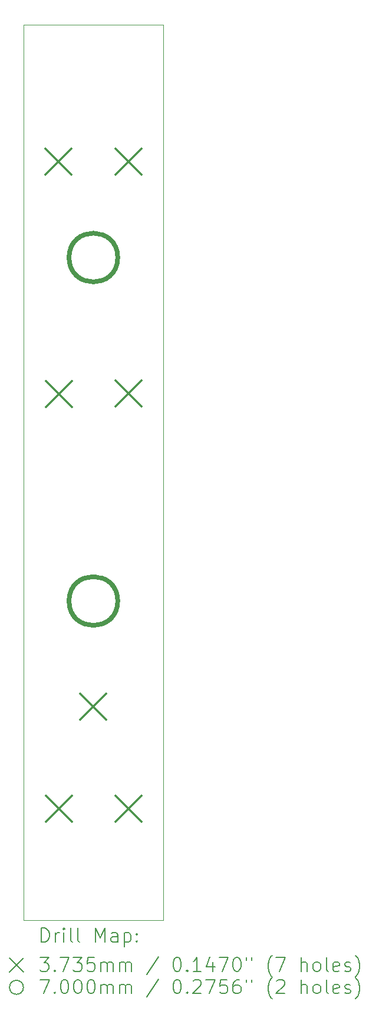
<source format=gbr>
%TF.GenerationSoftware,KiCad,Pcbnew,6.0.11+dfsg-1~bpo11+1*%
%TF.CreationDate,2023-06-07T14:08:49+08:00*%
%TF.ProjectId,MiniSNH v1.0 - Front,4d696e69-534e-4482-9076-312e30202d20,rev?*%
%TF.SameCoordinates,Original*%
%TF.FileFunction,Drillmap*%
%TF.FilePolarity,Positive*%
%FSLAX45Y45*%
G04 Gerber Fmt 4.5, Leading zero omitted, Abs format (unit mm)*
G04 Created by KiCad (PCBNEW 6.0.11+dfsg-1~bpo11+1) date 2023-06-07 14:08:49*
%MOMM*%
%LPD*%
G01*
G04 APERTURE LIST*
%ADD10C,0.100000*%
%ADD11C,0.200000*%
%ADD12C,0.373500*%
%ADD13C,0.700000*%
G04 APERTURE END LIST*
D10*
X11000000Y-17750000D02*
X11000000Y-4900000D01*
X13000000Y-17750000D02*
X13000000Y-4900000D01*
X11000000Y-4900000D02*
X13000000Y-4900000D01*
X13000000Y-17750000D02*
X11000000Y-17750000D01*
D11*
D12*
X11310750Y-6674552D02*
X11684250Y-7048052D01*
X11684250Y-6674552D02*
X11310750Y-7048052D01*
X11315756Y-15963241D02*
X11689256Y-16336741D01*
X11689256Y-15963241D02*
X11315756Y-16336741D01*
X11315756Y-10013241D02*
X11689256Y-10386741D01*
X11689256Y-10013241D02*
X11315756Y-10386741D01*
X11813250Y-14501453D02*
X12186750Y-14874953D01*
X12186750Y-14501453D02*
X11813250Y-14874953D01*
X12315750Y-6674552D02*
X12689250Y-7048052D01*
X12689250Y-6674552D02*
X12315750Y-7048052D01*
X12315750Y-10005282D02*
X12689250Y-10378782D01*
X12689250Y-10005282D02*
X12315750Y-10378782D01*
X12315750Y-15963241D02*
X12689250Y-16336741D01*
X12689250Y-15963241D02*
X12315750Y-16336741D01*
D13*
X12350000Y-8240000D02*
G75*
G03*
X12350000Y-8240000I-350000J0D01*
G01*
X12350000Y-13170000D02*
G75*
G03*
X12350000Y-13170000I-350000J0D01*
G01*
D11*
X11252619Y-18065476D02*
X11252619Y-17865476D01*
X11300238Y-17865476D01*
X11328809Y-17875000D01*
X11347857Y-17894048D01*
X11357381Y-17913095D01*
X11366905Y-17951190D01*
X11366905Y-17979762D01*
X11357381Y-18017857D01*
X11347857Y-18036905D01*
X11328809Y-18055952D01*
X11300238Y-18065476D01*
X11252619Y-18065476D01*
X11452619Y-18065476D02*
X11452619Y-17932143D01*
X11452619Y-17970238D02*
X11462143Y-17951190D01*
X11471667Y-17941667D01*
X11490714Y-17932143D01*
X11509762Y-17932143D01*
X11576428Y-18065476D02*
X11576428Y-17932143D01*
X11576428Y-17865476D02*
X11566905Y-17875000D01*
X11576428Y-17884524D01*
X11585952Y-17875000D01*
X11576428Y-17865476D01*
X11576428Y-17884524D01*
X11700238Y-18065476D02*
X11681190Y-18055952D01*
X11671667Y-18036905D01*
X11671667Y-17865476D01*
X11805000Y-18065476D02*
X11785952Y-18055952D01*
X11776428Y-18036905D01*
X11776428Y-17865476D01*
X12033571Y-18065476D02*
X12033571Y-17865476D01*
X12100238Y-18008333D01*
X12166905Y-17865476D01*
X12166905Y-18065476D01*
X12347857Y-18065476D02*
X12347857Y-17960714D01*
X12338333Y-17941667D01*
X12319286Y-17932143D01*
X12281190Y-17932143D01*
X12262143Y-17941667D01*
X12347857Y-18055952D02*
X12328809Y-18065476D01*
X12281190Y-18065476D01*
X12262143Y-18055952D01*
X12252619Y-18036905D01*
X12252619Y-18017857D01*
X12262143Y-17998810D01*
X12281190Y-17989286D01*
X12328809Y-17989286D01*
X12347857Y-17979762D01*
X12443095Y-17932143D02*
X12443095Y-18132143D01*
X12443095Y-17941667D02*
X12462143Y-17932143D01*
X12500238Y-17932143D01*
X12519286Y-17941667D01*
X12528809Y-17951190D01*
X12538333Y-17970238D01*
X12538333Y-18027381D01*
X12528809Y-18046429D01*
X12519286Y-18055952D01*
X12500238Y-18065476D01*
X12462143Y-18065476D01*
X12443095Y-18055952D01*
X12624048Y-18046429D02*
X12633571Y-18055952D01*
X12624048Y-18065476D01*
X12614524Y-18055952D01*
X12624048Y-18046429D01*
X12624048Y-18065476D01*
X12624048Y-17941667D02*
X12633571Y-17951190D01*
X12624048Y-17960714D01*
X12614524Y-17951190D01*
X12624048Y-17941667D01*
X12624048Y-17960714D01*
X10795000Y-18295000D02*
X10995000Y-18495000D01*
X10995000Y-18295000D02*
X10795000Y-18495000D01*
X11233571Y-18285476D02*
X11357381Y-18285476D01*
X11290714Y-18361667D01*
X11319286Y-18361667D01*
X11338333Y-18371190D01*
X11347857Y-18380714D01*
X11357381Y-18399762D01*
X11357381Y-18447381D01*
X11347857Y-18466429D01*
X11338333Y-18475952D01*
X11319286Y-18485476D01*
X11262143Y-18485476D01*
X11243095Y-18475952D01*
X11233571Y-18466429D01*
X11443095Y-18466429D02*
X11452619Y-18475952D01*
X11443095Y-18485476D01*
X11433571Y-18475952D01*
X11443095Y-18466429D01*
X11443095Y-18485476D01*
X11519286Y-18285476D02*
X11652619Y-18285476D01*
X11566905Y-18485476D01*
X11709762Y-18285476D02*
X11833571Y-18285476D01*
X11766905Y-18361667D01*
X11795476Y-18361667D01*
X11814524Y-18371190D01*
X11824048Y-18380714D01*
X11833571Y-18399762D01*
X11833571Y-18447381D01*
X11824048Y-18466429D01*
X11814524Y-18475952D01*
X11795476Y-18485476D01*
X11738333Y-18485476D01*
X11719286Y-18475952D01*
X11709762Y-18466429D01*
X12014524Y-18285476D02*
X11919286Y-18285476D01*
X11909762Y-18380714D01*
X11919286Y-18371190D01*
X11938333Y-18361667D01*
X11985952Y-18361667D01*
X12005000Y-18371190D01*
X12014524Y-18380714D01*
X12024048Y-18399762D01*
X12024048Y-18447381D01*
X12014524Y-18466429D01*
X12005000Y-18475952D01*
X11985952Y-18485476D01*
X11938333Y-18485476D01*
X11919286Y-18475952D01*
X11909762Y-18466429D01*
X12109762Y-18485476D02*
X12109762Y-18352143D01*
X12109762Y-18371190D02*
X12119286Y-18361667D01*
X12138333Y-18352143D01*
X12166905Y-18352143D01*
X12185952Y-18361667D01*
X12195476Y-18380714D01*
X12195476Y-18485476D01*
X12195476Y-18380714D02*
X12205000Y-18361667D01*
X12224048Y-18352143D01*
X12252619Y-18352143D01*
X12271667Y-18361667D01*
X12281190Y-18380714D01*
X12281190Y-18485476D01*
X12376428Y-18485476D02*
X12376428Y-18352143D01*
X12376428Y-18371190D02*
X12385952Y-18361667D01*
X12405000Y-18352143D01*
X12433571Y-18352143D01*
X12452619Y-18361667D01*
X12462143Y-18380714D01*
X12462143Y-18485476D01*
X12462143Y-18380714D02*
X12471667Y-18361667D01*
X12490714Y-18352143D01*
X12519286Y-18352143D01*
X12538333Y-18361667D01*
X12547857Y-18380714D01*
X12547857Y-18485476D01*
X12938333Y-18275952D02*
X12766905Y-18533095D01*
X13195476Y-18285476D02*
X13214524Y-18285476D01*
X13233571Y-18295000D01*
X13243095Y-18304524D01*
X13252619Y-18323571D01*
X13262143Y-18361667D01*
X13262143Y-18409286D01*
X13252619Y-18447381D01*
X13243095Y-18466429D01*
X13233571Y-18475952D01*
X13214524Y-18485476D01*
X13195476Y-18485476D01*
X13176428Y-18475952D01*
X13166905Y-18466429D01*
X13157381Y-18447381D01*
X13147857Y-18409286D01*
X13147857Y-18361667D01*
X13157381Y-18323571D01*
X13166905Y-18304524D01*
X13176428Y-18295000D01*
X13195476Y-18285476D01*
X13347857Y-18466429D02*
X13357381Y-18475952D01*
X13347857Y-18485476D01*
X13338333Y-18475952D01*
X13347857Y-18466429D01*
X13347857Y-18485476D01*
X13547857Y-18485476D02*
X13433571Y-18485476D01*
X13490714Y-18485476D02*
X13490714Y-18285476D01*
X13471667Y-18314048D01*
X13452619Y-18333095D01*
X13433571Y-18342619D01*
X13719286Y-18352143D02*
X13719286Y-18485476D01*
X13671667Y-18275952D02*
X13624048Y-18418810D01*
X13747857Y-18418810D01*
X13805000Y-18285476D02*
X13938333Y-18285476D01*
X13852619Y-18485476D01*
X14052619Y-18285476D02*
X14071667Y-18285476D01*
X14090714Y-18295000D01*
X14100238Y-18304524D01*
X14109762Y-18323571D01*
X14119286Y-18361667D01*
X14119286Y-18409286D01*
X14109762Y-18447381D01*
X14100238Y-18466429D01*
X14090714Y-18475952D01*
X14071667Y-18485476D01*
X14052619Y-18485476D01*
X14033571Y-18475952D01*
X14024048Y-18466429D01*
X14014524Y-18447381D01*
X14005000Y-18409286D01*
X14005000Y-18361667D01*
X14014524Y-18323571D01*
X14024048Y-18304524D01*
X14033571Y-18295000D01*
X14052619Y-18285476D01*
X14195476Y-18285476D02*
X14195476Y-18323571D01*
X14271667Y-18285476D02*
X14271667Y-18323571D01*
X14566905Y-18561667D02*
X14557381Y-18552143D01*
X14538333Y-18523571D01*
X14528809Y-18504524D01*
X14519286Y-18475952D01*
X14509762Y-18428333D01*
X14509762Y-18390238D01*
X14519286Y-18342619D01*
X14528809Y-18314048D01*
X14538333Y-18295000D01*
X14557381Y-18266429D01*
X14566905Y-18256905D01*
X14624048Y-18285476D02*
X14757381Y-18285476D01*
X14671667Y-18485476D01*
X14985952Y-18485476D02*
X14985952Y-18285476D01*
X15071667Y-18485476D02*
X15071667Y-18380714D01*
X15062143Y-18361667D01*
X15043095Y-18352143D01*
X15014524Y-18352143D01*
X14995476Y-18361667D01*
X14985952Y-18371190D01*
X15195476Y-18485476D02*
X15176428Y-18475952D01*
X15166905Y-18466429D01*
X15157381Y-18447381D01*
X15157381Y-18390238D01*
X15166905Y-18371190D01*
X15176428Y-18361667D01*
X15195476Y-18352143D01*
X15224048Y-18352143D01*
X15243095Y-18361667D01*
X15252619Y-18371190D01*
X15262143Y-18390238D01*
X15262143Y-18447381D01*
X15252619Y-18466429D01*
X15243095Y-18475952D01*
X15224048Y-18485476D01*
X15195476Y-18485476D01*
X15376428Y-18485476D02*
X15357381Y-18475952D01*
X15347857Y-18456905D01*
X15347857Y-18285476D01*
X15528809Y-18475952D02*
X15509762Y-18485476D01*
X15471667Y-18485476D01*
X15452619Y-18475952D01*
X15443095Y-18456905D01*
X15443095Y-18380714D01*
X15452619Y-18361667D01*
X15471667Y-18352143D01*
X15509762Y-18352143D01*
X15528809Y-18361667D01*
X15538333Y-18380714D01*
X15538333Y-18399762D01*
X15443095Y-18418810D01*
X15614524Y-18475952D02*
X15633571Y-18485476D01*
X15671667Y-18485476D01*
X15690714Y-18475952D01*
X15700238Y-18456905D01*
X15700238Y-18447381D01*
X15690714Y-18428333D01*
X15671667Y-18418810D01*
X15643095Y-18418810D01*
X15624048Y-18409286D01*
X15614524Y-18390238D01*
X15614524Y-18380714D01*
X15624048Y-18361667D01*
X15643095Y-18352143D01*
X15671667Y-18352143D01*
X15690714Y-18361667D01*
X15766905Y-18561667D02*
X15776428Y-18552143D01*
X15795476Y-18523571D01*
X15805000Y-18504524D01*
X15814524Y-18475952D01*
X15824048Y-18428333D01*
X15824048Y-18390238D01*
X15814524Y-18342619D01*
X15805000Y-18314048D01*
X15795476Y-18295000D01*
X15776428Y-18266429D01*
X15766905Y-18256905D01*
X10995000Y-18715000D02*
G75*
G03*
X10995000Y-18715000I-100000J0D01*
G01*
X11233571Y-18605476D02*
X11366905Y-18605476D01*
X11281190Y-18805476D01*
X11443095Y-18786429D02*
X11452619Y-18795952D01*
X11443095Y-18805476D01*
X11433571Y-18795952D01*
X11443095Y-18786429D01*
X11443095Y-18805476D01*
X11576428Y-18605476D02*
X11595476Y-18605476D01*
X11614524Y-18615000D01*
X11624048Y-18624524D01*
X11633571Y-18643571D01*
X11643095Y-18681667D01*
X11643095Y-18729286D01*
X11633571Y-18767381D01*
X11624048Y-18786429D01*
X11614524Y-18795952D01*
X11595476Y-18805476D01*
X11576428Y-18805476D01*
X11557381Y-18795952D01*
X11547857Y-18786429D01*
X11538333Y-18767381D01*
X11528809Y-18729286D01*
X11528809Y-18681667D01*
X11538333Y-18643571D01*
X11547857Y-18624524D01*
X11557381Y-18615000D01*
X11576428Y-18605476D01*
X11766905Y-18605476D02*
X11785952Y-18605476D01*
X11805000Y-18615000D01*
X11814524Y-18624524D01*
X11824048Y-18643571D01*
X11833571Y-18681667D01*
X11833571Y-18729286D01*
X11824048Y-18767381D01*
X11814524Y-18786429D01*
X11805000Y-18795952D01*
X11785952Y-18805476D01*
X11766905Y-18805476D01*
X11747857Y-18795952D01*
X11738333Y-18786429D01*
X11728809Y-18767381D01*
X11719286Y-18729286D01*
X11719286Y-18681667D01*
X11728809Y-18643571D01*
X11738333Y-18624524D01*
X11747857Y-18615000D01*
X11766905Y-18605476D01*
X11957381Y-18605476D02*
X11976428Y-18605476D01*
X11995476Y-18615000D01*
X12005000Y-18624524D01*
X12014524Y-18643571D01*
X12024048Y-18681667D01*
X12024048Y-18729286D01*
X12014524Y-18767381D01*
X12005000Y-18786429D01*
X11995476Y-18795952D01*
X11976428Y-18805476D01*
X11957381Y-18805476D01*
X11938333Y-18795952D01*
X11928809Y-18786429D01*
X11919286Y-18767381D01*
X11909762Y-18729286D01*
X11909762Y-18681667D01*
X11919286Y-18643571D01*
X11928809Y-18624524D01*
X11938333Y-18615000D01*
X11957381Y-18605476D01*
X12109762Y-18805476D02*
X12109762Y-18672143D01*
X12109762Y-18691190D02*
X12119286Y-18681667D01*
X12138333Y-18672143D01*
X12166905Y-18672143D01*
X12185952Y-18681667D01*
X12195476Y-18700714D01*
X12195476Y-18805476D01*
X12195476Y-18700714D02*
X12205000Y-18681667D01*
X12224048Y-18672143D01*
X12252619Y-18672143D01*
X12271667Y-18681667D01*
X12281190Y-18700714D01*
X12281190Y-18805476D01*
X12376428Y-18805476D02*
X12376428Y-18672143D01*
X12376428Y-18691190D02*
X12385952Y-18681667D01*
X12405000Y-18672143D01*
X12433571Y-18672143D01*
X12452619Y-18681667D01*
X12462143Y-18700714D01*
X12462143Y-18805476D01*
X12462143Y-18700714D02*
X12471667Y-18681667D01*
X12490714Y-18672143D01*
X12519286Y-18672143D01*
X12538333Y-18681667D01*
X12547857Y-18700714D01*
X12547857Y-18805476D01*
X12938333Y-18595952D02*
X12766905Y-18853095D01*
X13195476Y-18605476D02*
X13214524Y-18605476D01*
X13233571Y-18615000D01*
X13243095Y-18624524D01*
X13252619Y-18643571D01*
X13262143Y-18681667D01*
X13262143Y-18729286D01*
X13252619Y-18767381D01*
X13243095Y-18786429D01*
X13233571Y-18795952D01*
X13214524Y-18805476D01*
X13195476Y-18805476D01*
X13176428Y-18795952D01*
X13166905Y-18786429D01*
X13157381Y-18767381D01*
X13147857Y-18729286D01*
X13147857Y-18681667D01*
X13157381Y-18643571D01*
X13166905Y-18624524D01*
X13176428Y-18615000D01*
X13195476Y-18605476D01*
X13347857Y-18786429D02*
X13357381Y-18795952D01*
X13347857Y-18805476D01*
X13338333Y-18795952D01*
X13347857Y-18786429D01*
X13347857Y-18805476D01*
X13433571Y-18624524D02*
X13443095Y-18615000D01*
X13462143Y-18605476D01*
X13509762Y-18605476D01*
X13528809Y-18615000D01*
X13538333Y-18624524D01*
X13547857Y-18643571D01*
X13547857Y-18662619D01*
X13538333Y-18691190D01*
X13424048Y-18805476D01*
X13547857Y-18805476D01*
X13614524Y-18605476D02*
X13747857Y-18605476D01*
X13662143Y-18805476D01*
X13919286Y-18605476D02*
X13824048Y-18605476D01*
X13814524Y-18700714D01*
X13824048Y-18691190D01*
X13843095Y-18681667D01*
X13890714Y-18681667D01*
X13909762Y-18691190D01*
X13919286Y-18700714D01*
X13928809Y-18719762D01*
X13928809Y-18767381D01*
X13919286Y-18786429D01*
X13909762Y-18795952D01*
X13890714Y-18805476D01*
X13843095Y-18805476D01*
X13824048Y-18795952D01*
X13814524Y-18786429D01*
X14100238Y-18605476D02*
X14062143Y-18605476D01*
X14043095Y-18615000D01*
X14033571Y-18624524D01*
X14014524Y-18653095D01*
X14005000Y-18691190D01*
X14005000Y-18767381D01*
X14014524Y-18786429D01*
X14024048Y-18795952D01*
X14043095Y-18805476D01*
X14081190Y-18805476D01*
X14100238Y-18795952D01*
X14109762Y-18786429D01*
X14119286Y-18767381D01*
X14119286Y-18719762D01*
X14109762Y-18700714D01*
X14100238Y-18691190D01*
X14081190Y-18681667D01*
X14043095Y-18681667D01*
X14024048Y-18691190D01*
X14014524Y-18700714D01*
X14005000Y-18719762D01*
X14195476Y-18605476D02*
X14195476Y-18643571D01*
X14271667Y-18605476D02*
X14271667Y-18643571D01*
X14566905Y-18881667D02*
X14557381Y-18872143D01*
X14538333Y-18843571D01*
X14528809Y-18824524D01*
X14519286Y-18795952D01*
X14509762Y-18748333D01*
X14509762Y-18710238D01*
X14519286Y-18662619D01*
X14528809Y-18634048D01*
X14538333Y-18615000D01*
X14557381Y-18586429D01*
X14566905Y-18576905D01*
X14633571Y-18624524D02*
X14643095Y-18615000D01*
X14662143Y-18605476D01*
X14709762Y-18605476D01*
X14728809Y-18615000D01*
X14738333Y-18624524D01*
X14747857Y-18643571D01*
X14747857Y-18662619D01*
X14738333Y-18691190D01*
X14624048Y-18805476D01*
X14747857Y-18805476D01*
X14985952Y-18805476D02*
X14985952Y-18605476D01*
X15071667Y-18805476D02*
X15071667Y-18700714D01*
X15062143Y-18681667D01*
X15043095Y-18672143D01*
X15014524Y-18672143D01*
X14995476Y-18681667D01*
X14985952Y-18691190D01*
X15195476Y-18805476D02*
X15176428Y-18795952D01*
X15166905Y-18786429D01*
X15157381Y-18767381D01*
X15157381Y-18710238D01*
X15166905Y-18691190D01*
X15176428Y-18681667D01*
X15195476Y-18672143D01*
X15224048Y-18672143D01*
X15243095Y-18681667D01*
X15252619Y-18691190D01*
X15262143Y-18710238D01*
X15262143Y-18767381D01*
X15252619Y-18786429D01*
X15243095Y-18795952D01*
X15224048Y-18805476D01*
X15195476Y-18805476D01*
X15376428Y-18805476D02*
X15357381Y-18795952D01*
X15347857Y-18776905D01*
X15347857Y-18605476D01*
X15528809Y-18795952D02*
X15509762Y-18805476D01*
X15471667Y-18805476D01*
X15452619Y-18795952D01*
X15443095Y-18776905D01*
X15443095Y-18700714D01*
X15452619Y-18681667D01*
X15471667Y-18672143D01*
X15509762Y-18672143D01*
X15528809Y-18681667D01*
X15538333Y-18700714D01*
X15538333Y-18719762D01*
X15443095Y-18738810D01*
X15614524Y-18795952D02*
X15633571Y-18805476D01*
X15671667Y-18805476D01*
X15690714Y-18795952D01*
X15700238Y-18776905D01*
X15700238Y-18767381D01*
X15690714Y-18748333D01*
X15671667Y-18738810D01*
X15643095Y-18738810D01*
X15624048Y-18729286D01*
X15614524Y-18710238D01*
X15614524Y-18700714D01*
X15624048Y-18681667D01*
X15643095Y-18672143D01*
X15671667Y-18672143D01*
X15690714Y-18681667D01*
X15766905Y-18881667D02*
X15776428Y-18872143D01*
X15795476Y-18843571D01*
X15805000Y-18824524D01*
X15814524Y-18795952D01*
X15824048Y-18748333D01*
X15824048Y-18710238D01*
X15814524Y-18662619D01*
X15805000Y-18634048D01*
X15795476Y-18615000D01*
X15776428Y-18586429D01*
X15766905Y-18576905D01*
M02*

</source>
